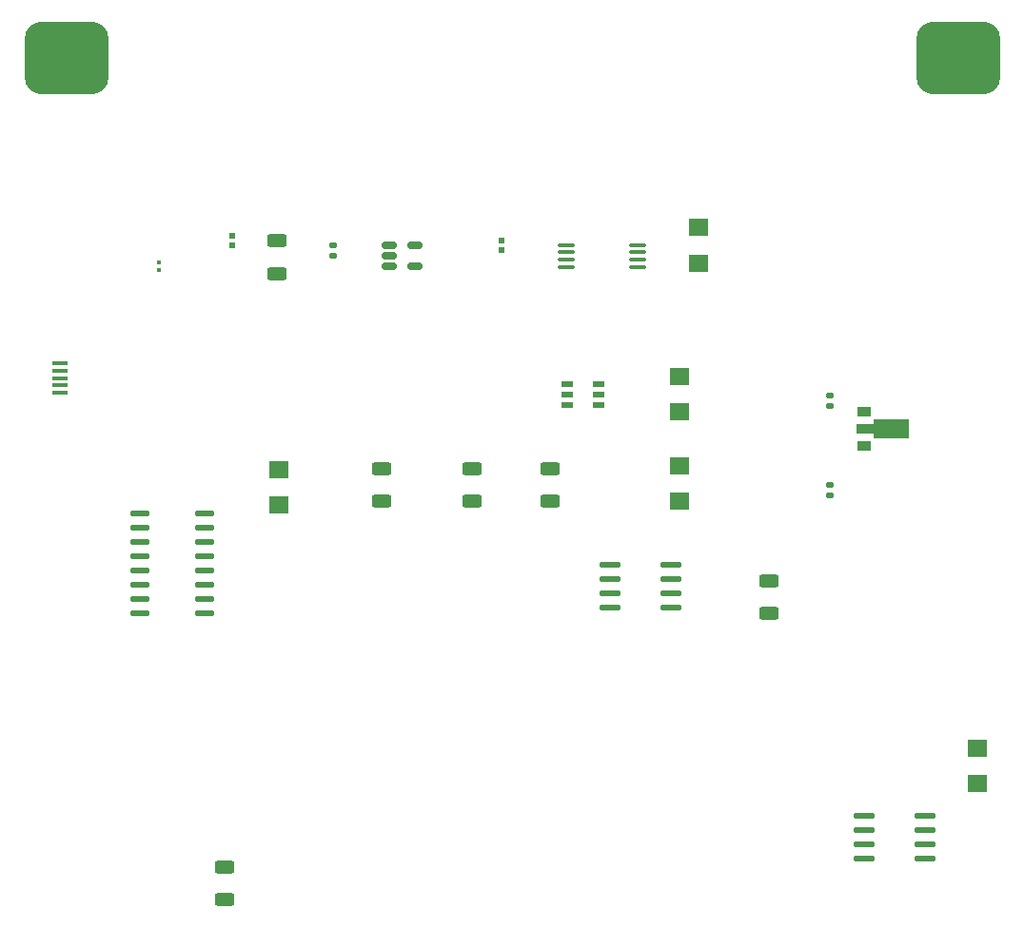
<source format=gtp>
%TF.GenerationSoftware,KiCad,Pcbnew,(7.0.0)*%
%TF.CreationDate,2023-03-21T02:39:43+02:00*%
%TF.ProjectId,Main Schematic,4d61696e-2053-4636-9865-6d617469632e,rev?*%
%TF.SameCoordinates,Original*%
%TF.FileFunction,Paste,Top*%
%TF.FilePolarity,Positive*%
%FSLAX46Y46*%
G04 Gerber Fmt 4.6, Leading zero omitted, Abs format (unit mm)*
G04 Created by KiCad (PCBNEW (7.0.0)) date 2023-03-21 02:39:43*
%MOMM*%
%LPD*%
G01*
G04 APERTURE LIST*
G04 Aperture macros list*
%AMRoundRect*
0 Rectangle with rounded corners*
0 $1 Rounding radius*
0 $2 $3 $4 $5 $6 $7 $8 $9 X,Y pos of 4 corners*
0 Add a 4 corners polygon primitive as box body*
4,1,4,$2,$3,$4,$5,$6,$7,$8,$9,$2,$3,0*
0 Add four circle primitives for the rounded corners*
1,1,$1+$1,$2,$3*
1,1,$1+$1,$4,$5*
1,1,$1+$1,$6,$7*
1,1,$1+$1,$8,$9*
0 Add four rect primitives between the rounded corners*
20,1,$1+$1,$2,$3,$4,$5,0*
20,1,$1+$1,$4,$5,$6,$7,0*
20,1,$1+$1,$6,$7,$8,$9,0*
20,1,$1+$1,$8,$9,$2,$3,0*%
%AMFreePoly0*
4,1,9,3.862500,-0.866500,0.737500,-0.866500,0.737500,-0.450000,-0.737500,-0.450000,-0.737500,0.450000,0.737500,0.450000,0.737500,0.866500,3.862500,0.866500,3.862500,-0.866500,3.862500,-0.866500,$1*%
G04 Aperture macros list end*
%ADD10O,1.950216X0.568402*%
%ADD11O,1.745009X0.559995*%
%ADD12R,1.727991X1.485014*%
%ADD13R,0.540005X0.565659*%
%ADD14O,1.500000X0.400000*%
%ADD15R,1.400000X0.400000*%
%ADD16R,1.000000X0.550013*%
%ADD17RoundRect,1.625000X-2.125000X-1.625000X2.125000X-1.625000X2.125000X1.625000X-2.125000X1.625000X0*%
%ADD18RoundRect,0.079500X-0.100500X0.079500X-0.100500X-0.079500X0.100500X-0.079500X0.100500X0.079500X0*%
%ADD19RoundRect,0.150000X-0.512500X-0.150000X0.512500X-0.150000X0.512500X0.150000X-0.512500X0.150000X0*%
%ADD20RoundRect,0.250000X-0.625000X0.312500X-0.625000X-0.312500X0.625000X-0.312500X0.625000X0.312500X0*%
%ADD21RoundRect,0.140000X-0.170000X0.140000X-0.170000X-0.140000X0.170000X-0.140000X0.170000X0.140000X0*%
%ADD22RoundRect,0.140000X0.170000X-0.140000X0.170000X0.140000X-0.170000X0.140000X-0.170000X-0.140000X0*%
%ADD23R,1.300000X0.900000*%
%ADD24FreePoly0,0.000000*%
G04 APERTURE END LIST*
D10*
%TO.C,U4*%
X183207780Y-117604182D03*
X183207780Y-118874185D03*
X183207780Y-120144187D03*
X183207780Y-121414190D03*
X188617990Y-117604182D03*
X188617990Y-118874185D03*
X188617990Y-120144187D03*
X188617990Y-121414190D03*
%TD*%
D11*
%TO.C,U3*%
X118767901Y-90689171D03*
X118767901Y-91959174D03*
X118767901Y-93229176D03*
X118767901Y-94499179D03*
X118767901Y-95769181D03*
X118767901Y-97039184D03*
X118767901Y-98309186D03*
X118767901Y-99579189D03*
X124512885Y-90689171D03*
X124512885Y-91959174D03*
X124512885Y-93229176D03*
X124512885Y-94499179D03*
X124512885Y-95769181D03*
X124512885Y-97039184D03*
X124512885Y-98309186D03*
X124512885Y-99579189D03*
%TD*%
D12*
%TO.C,R5*%
X168482885Y-65186603D03*
X168482885Y-68371769D03*
%TD*%
D13*
%TO.C,R4*%
X150982885Y-66346369D03*
X150982885Y-67212003D03*
%TD*%
%TO.C,R2*%
X126980091Y-66759577D03*
X126980091Y-65893943D03*
%TD*%
D14*
%TO.C,Q1*%
X156682530Y-66753913D03*
X156682530Y-67404154D03*
X156682530Y-68054396D03*
X156682530Y-68704637D03*
X163083342Y-66753913D03*
X163083342Y-67404154D03*
X163083342Y-68054396D03*
X163083342Y-68704637D03*
%TD*%
D15*
%TO.C,J6*%
X111714172Y-79899974D03*
X111714172Y-79249986D03*
X111714172Y-78599999D03*
X111714172Y-77950012D03*
X111714172Y-77300024D03*
%TD*%
D10*
%TO.C,IC2*%
X160607780Y-95204182D03*
X160607780Y-96474185D03*
X160607780Y-97744187D03*
X160607780Y-99014190D03*
X166017990Y-95204182D03*
X166017990Y-96474185D03*
X166017990Y-97744187D03*
X166017990Y-99014190D03*
%TD*%
D16*
%TO.C,IC1*%
X156812885Y-81009110D03*
X156812885Y-80059148D03*
X156812885Y-79109186D03*
X159612987Y-79109186D03*
X159612987Y-80059148D03*
X159612987Y-81009110D03*
%TD*%
D12*
%TO.C,C8*%
X193312885Y-114709186D03*
X193312885Y-111524020D03*
%TD*%
%TO.C,C7*%
X131112885Y-89909186D03*
X131112885Y-86724020D03*
%TD*%
%TO.C,C6*%
X166812885Y-86386520D03*
X166812885Y-89571686D03*
%TD*%
%TO.C,C5*%
X166812885Y-81609186D03*
X166812885Y-78424020D03*
%TD*%
D17*
%TO.C,BT1*%
X191562886Y-50109187D03*
X112262886Y-50109187D03*
%TD*%
D18*
%TO.C,C3*%
X120512886Y-68309187D03*
X120512886Y-68999187D03*
%TD*%
D19*
%TO.C,U2*%
X140982886Y-66779187D03*
X140982886Y-67729187D03*
X140982886Y-68679187D03*
X143257886Y-68679187D03*
X143257886Y-66779187D03*
%TD*%
D20*
%TO.C,R9*%
X174712886Y-96646687D03*
X174712886Y-99571687D03*
%TD*%
D21*
%TO.C,C1*%
X180175386Y-80129187D03*
X180175386Y-81089187D03*
%TD*%
%TO.C,C2*%
X180175386Y-88109187D03*
X180175386Y-89069187D03*
%TD*%
D20*
%TO.C,R7*%
X148312886Y-86646687D03*
X148312886Y-89571687D03*
%TD*%
%TO.C,R1*%
X126312886Y-122109187D03*
X126312886Y-125034187D03*
%TD*%
D22*
%TO.C,C4*%
X135982886Y-67739187D03*
X135982886Y-66779187D03*
%TD*%
D20*
%TO.C,R8*%
X155312886Y-86646687D03*
X155312886Y-89571687D03*
%TD*%
D23*
%TO.C,U1*%
X183225385Y-81609186D03*
D24*
X183312886Y-83109187D03*
D23*
X183225385Y-84609186D03*
%TD*%
D20*
%TO.C,R3*%
X130982886Y-66354187D03*
X130982886Y-69279187D03*
%TD*%
%TO.C,R6*%
X140312886Y-86646687D03*
X140312886Y-89571687D03*
%TD*%
M02*

</source>
